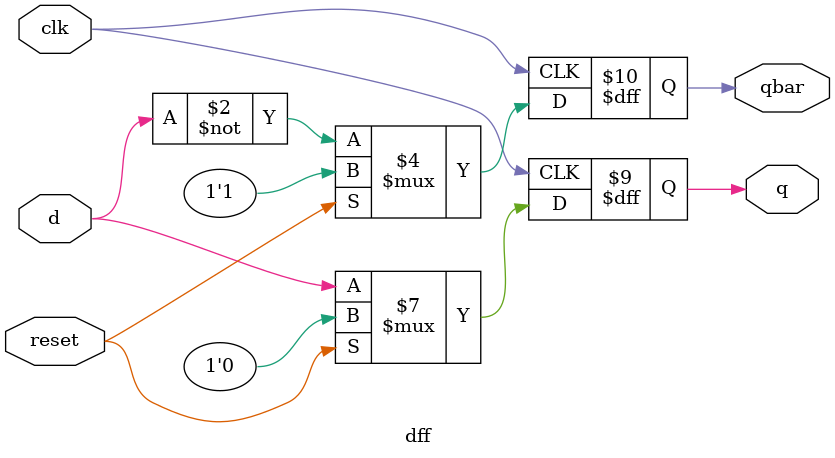
<source format=v>
module dff(input d, clk,reset, output reg q,qbar);
always @(posedge clk ) begin 
	if (reset) begin
		q <=0;
		qbar <=1;
	end else begin
		q <= d;
		qbar <= ~d;
	end
end
endmodule


</source>
